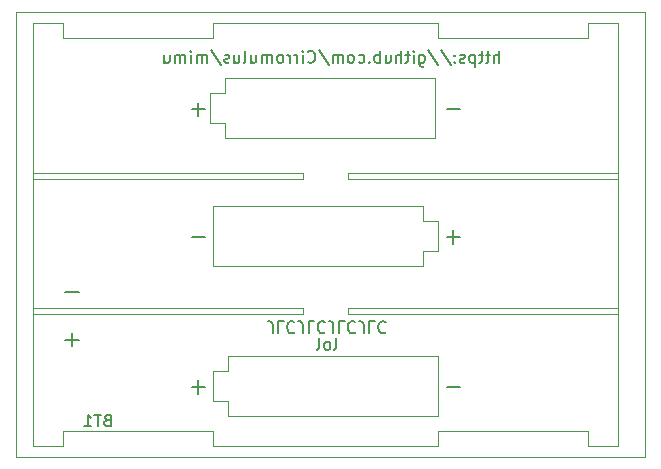
<source format=gbr>
G04 #@! TF.GenerationSoftware,KiCad,Pcbnew,(5.1.5)-3*
G04 #@! TF.CreationDate,2020-03-27T13:38:25+01:00*
G04 #@! TF.ProjectId,mimu_batt,6d696d75-5f62-4617-9474-2e6b69636164,rev?*
G04 #@! TF.SameCoordinates,Original*
G04 #@! TF.FileFunction,Legend,Bot*
G04 #@! TF.FilePolarity,Positive*
%FSLAX46Y46*%
G04 Gerber Fmt 4.6, Leading zero omitted, Abs format (unit mm)*
G04 Created by KiCad (PCBNEW (5.1.5)-3) date 2020-03-27 13:38:25*
%MOMM*%
%LPD*%
G04 APERTURE LIST*
%ADD10C,0.150000*%
%ADD11C,0.120000*%
G04 APERTURE END LIST*
D10*
X205766666Y-92452380D02*
X205766666Y-91452380D01*
X205338095Y-92452380D02*
X205338095Y-91928571D01*
X205385714Y-91833333D01*
X205480952Y-91785714D01*
X205623809Y-91785714D01*
X205719047Y-91833333D01*
X205766666Y-91880952D01*
X205004761Y-91785714D02*
X204623809Y-91785714D01*
X204861904Y-91452380D02*
X204861904Y-92309523D01*
X204814285Y-92404761D01*
X204719047Y-92452380D01*
X204623809Y-92452380D01*
X204433333Y-91785714D02*
X204052380Y-91785714D01*
X204290476Y-91452380D02*
X204290476Y-92309523D01*
X204242857Y-92404761D01*
X204147619Y-92452380D01*
X204052380Y-92452380D01*
X203719047Y-91785714D02*
X203719047Y-92785714D01*
X203719047Y-91833333D02*
X203623809Y-91785714D01*
X203433333Y-91785714D01*
X203338095Y-91833333D01*
X203290476Y-91880952D01*
X203242857Y-91976190D01*
X203242857Y-92261904D01*
X203290476Y-92357142D01*
X203338095Y-92404761D01*
X203433333Y-92452380D01*
X203623809Y-92452380D01*
X203719047Y-92404761D01*
X202861904Y-92404761D02*
X202766666Y-92452380D01*
X202576190Y-92452380D01*
X202480952Y-92404761D01*
X202433333Y-92309523D01*
X202433333Y-92261904D01*
X202480952Y-92166666D01*
X202576190Y-92119047D01*
X202719047Y-92119047D01*
X202814285Y-92071428D01*
X202861904Y-91976190D01*
X202861904Y-91928571D01*
X202814285Y-91833333D01*
X202719047Y-91785714D01*
X202576190Y-91785714D01*
X202480952Y-91833333D01*
X202004761Y-92357142D02*
X201957142Y-92404761D01*
X202004761Y-92452380D01*
X202052380Y-92404761D01*
X202004761Y-92357142D01*
X202004761Y-92452380D01*
X202004761Y-91833333D02*
X201957142Y-91880952D01*
X202004761Y-91928571D01*
X202052380Y-91880952D01*
X202004761Y-91833333D01*
X202004761Y-91928571D01*
X200814285Y-91404761D02*
X201671428Y-92690476D01*
X199766666Y-91404761D02*
X200623809Y-92690476D01*
X199004761Y-91785714D02*
X199004761Y-92595238D01*
X199052380Y-92690476D01*
X199100000Y-92738095D01*
X199195238Y-92785714D01*
X199338095Y-92785714D01*
X199433333Y-92738095D01*
X199004761Y-92404761D02*
X199100000Y-92452380D01*
X199290476Y-92452380D01*
X199385714Y-92404761D01*
X199433333Y-92357142D01*
X199480952Y-92261904D01*
X199480952Y-91976190D01*
X199433333Y-91880952D01*
X199385714Y-91833333D01*
X199290476Y-91785714D01*
X199100000Y-91785714D01*
X199004761Y-91833333D01*
X198528571Y-92452380D02*
X198528571Y-91785714D01*
X198528571Y-91452380D02*
X198576190Y-91500000D01*
X198528571Y-91547619D01*
X198480952Y-91500000D01*
X198528571Y-91452380D01*
X198528571Y-91547619D01*
X198195238Y-91785714D02*
X197814285Y-91785714D01*
X198052380Y-91452380D02*
X198052380Y-92309523D01*
X198004761Y-92404761D01*
X197909523Y-92452380D01*
X197814285Y-92452380D01*
X197480952Y-92452380D02*
X197480952Y-91452380D01*
X197052380Y-92452380D02*
X197052380Y-91928571D01*
X197100000Y-91833333D01*
X197195238Y-91785714D01*
X197338095Y-91785714D01*
X197433333Y-91833333D01*
X197480952Y-91880952D01*
X196147619Y-91785714D02*
X196147619Y-92452380D01*
X196576190Y-91785714D02*
X196576190Y-92309523D01*
X196528571Y-92404761D01*
X196433333Y-92452380D01*
X196290476Y-92452380D01*
X196195238Y-92404761D01*
X196147619Y-92357142D01*
X195671428Y-92452380D02*
X195671428Y-91452380D01*
X195671428Y-91833333D02*
X195576190Y-91785714D01*
X195385714Y-91785714D01*
X195290476Y-91833333D01*
X195242857Y-91880952D01*
X195195238Y-91976190D01*
X195195238Y-92261904D01*
X195242857Y-92357142D01*
X195290476Y-92404761D01*
X195385714Y-92452380D01*
X195576190Y-92452380D01*
X195671428Y-92404761D01*
X194766666Y-92357142D02*
X194719047Y-92404761D01*
X194766666Y-92452380D01*
X194814285Y-92404761D01*
X194766666Y-92357142D01*
X194766666Y-92452380D01*
X193861904Y-92404761D02*
X193957142Y-92452380D01*
X194147619Y-92452380D01*
X194242857Y-92404761D01*
X194290476Y-92357142D01*
X194338095Y-92261904D01*
X194338095Y-91976190D01*
X194290476Y-91880952D01*
X194242857Y-91833333D01*
X194147619Y-91785714D01*
X193957142Y-91785714D01*
X193861904Y-91833333D01*
X193290476Y-92452380D02*
X193385714Y-92404761D01*
X193433333Y-92357142D01*
X193480952Y-92261904D01*
X193480952Y-91976190D01*
X193433333Y-91880952D01*
X193385714Y-91833333D01*
X193290476Y-91785714D01*
X193147619Y-91785714D01*
X193052380Y-91833333D01*
X193004761Y-91880952D01*
X192957142Y-91976190D01*
X192957142Y-92261904D01*
X193004761Y-92357142D01*
X193052380Y-92404761D01*
X193147619Y-92452380D01*
X193290476Y-92452380D01*
X192528571Y-92452380D02*
X192528571Y-91785714D01*
X192528571Y-91880952D02*
X192480952Y-91833333D01*
X192385714Y-91785714D01*
X192242857Y-91785714D01*
X192147619Y-91833333D01*
X192100000Y-91928571D01*
X192100000Y-92452380D01*
X192100000Y-91928571D02*
X192052380Y-91833333D01*
X191957142Y-91785714D01*
X191814285Y-91785714D01*
X191719047Y-91833333D01*
X191671428Y-91928571D01*
X191671428Y-92452380D01*
X190480952Y-91404761D02*
X191338095Y-92690476D01*
X189576190Y-92357142D02*
X189623809Y-92404761D01*
X189766666Y-92452380D01*
X189861904Y-92452380D01*
X190004761Y-92404761D01*
X190100000Y-92309523D01*
X190147619Y-92214285D01*
X190195238Y-92023809D01*
X190195238Y-91880952D01*
X190147619Y-91690476D01*
X190100000Y-91595238D01*
X190004761Y-91500000D01*
X189861904Y-91452380D01*
X189766666Y-91452380D01*
X189623809Y-91500000D01*
X189576190Y-91547619D01*
X189147619Y-92452380D02*
X189147619Y-91785714D01*
X189147619Y-91452380D02*
X189195238Y-91500000D01*
X189147619Y-91547619D01*
X189100000Y-91500000D01*
X189147619Y-91452380D01*
X189147619Y-91547619D01*
X188671428Y-92452380D02*
X188671428Y-91785714D01*
X188671428Y-91976190D02*
X188623809Y-91880952D01*
X188576190Y-91833333D01*
X188480952Y-91785714D01*
X188385714Y-91785714D01*
X188052380Y-92452380D02*
X188052380Y-91785714D01*
X188052380Y-91976190D02*
X188004761Y-91880952D01*
X187957142Y-91833333D01*
X187861904Y-91785714D01*
X187766666Y-91785714D01*
X187290476Y-92452380D02*
X187385714Y-92404761D01*
X187433333Y-92357142D01*
X187480952Y-92261904D01*
X187480952Y-91976190D01*
X187433333Y-91880952D01*
X187385714Y-91833333D01*
X187290476Y-91785714D01*
X187147619Y-91785714D01*
X187052380Y-91833333D01*
X187004761Y-91880952D01*
X186957142Y-91976190D01*
X186957142Y-92261904D01*
X187004761Y-92357142D01*
X187052380Y-92404761D01*
X187147619Y-92452380D01*
X187290476Y-92452380D01*
X186528571Y-92452380D02*
X186528571Y-91785714D01*
X186528571Y-91880952D02*
X186480952Y-91833333D01*
X186385714Y-91785714D01*
X186242857Y-91785714D01*
X186147619Y-91833333D01*
X186100000Y-91928571D01*
X186100000Y-92452380D01*
X186100000Y-91928571D02*
X186052380Y-91833333D01*
X185957142Y-91785714D01*
X185814285Y-91785714D01*
X185719047Y-91833333D01*
X185671428Y-91928571D01*
X185671428Y-92452380D01*
X184766666Y-91785714D02*
X184766666Y-92452380D01*
X185195238Y-91785714D02*
X185195238Y-92309523D01*
X185147619Y-92404761D01*
X185052380Y-92452380D01*
X184909523Y-92452380D01*
X184814285Y-92404761D01*
X184766666Y-92357142D01*
X184147619Y-92452380D02*
X184242857Y-92404761D01*
X184290476Y-92309523D01*
X184290476Y-91452380D01*
X183338095Y-91785714D02*
X183338095Y-92452380D01*
X183766666Y-91785714D02*
X183766666Y-92309523D01*
X183719047Y-92404761D01*
X183623809Y-92452380D01*
X183480952Y-92452380D01*
X183385714Y-92404761D01*
X183338095Y-92357142D01*
X182909523Y-92404761D02*
X182814285Y-92452380D01*
X182623809Y-92452380D01*
X182528571Y-92404761D01*
X182480952Y-92309523D01*
X182480952Y-92261904D01*
X182528571Y-92166666D01*
X182623809Y-92119047D01*
X182766666Y-92119047D01*
X182861904Y-92071428D01*
X182909523Y-91976190D01*
X182909523Y-91928571D01*
X182861904Y-91833333D01*
X182766666Y-91785714D01*
X182623809Y-91785714D01*
X182528571Y-91833333D01*
X181338095Y-91404761D02*
X182195238Y-92690476D01*
X181004761Y-92452380D02*
X181004761Y-91785714D01*
X181004761Y-91880952D02*
X180957142Y-91833333D01*
X180861904Y-91785714D01*
X180719047Y-91785714D01*
X180623809Y-91833333D01*
X180576190Y-91928571D01*
X180576190Y-92452380D01*
X180576190Y-91928571D02*
X180528571Y-91833333D01*
X180433333Y-91785714D01*
X180290476Y-91785714D01*
X180195238Y-91833333D01*
X180147619Y-91928571D01*
X180147619Y-92452380D01*
X179671428Y-92452380D02*
X179671428Y-91785714D01*
X179671428Y-91452380D02*
X179719047Y-91500000D01*
X179671428Y-91547619D01*
X179623809Y-91500000D01*
X179671428Y-91452380D01*
X179671428Y-91547619D01*
X179195238Y-92452380D02*
X179195238Y-91785714D01*
X179195238Y-91880952D02*
X179147619Y-91833333D01*
X179052380Y-91785714D01*
X178909523Y-91785714D01*
X178814285Y-91833333D01*
X178766666Y-91928571D01*
X178766666Y-92452380D01*
X178766666Y-91928571D02*
X178719047Y-91833333D01*
X178623809Y-91785714D01*
X178480952Y-91785714D01*
X178385714Y-91833333D01*
X178338095Y-91928571D01*
X178338095Y-92452380D01*
X177433333Y-91785714D02*
X177433333Y-92452380D01*
X177861904Y-91785714D02*
X177861904Y-92309523D01*
X177814285Y-92404761D01*
X177719047Y-92452380D01*
X177576190Y-92452380D01*
X177480952Y-92404761D01*
X177433333Y-92357142D01*
X186580952Y-115347619D02*
X186580952Y-114633333D01*
X186533333Y-114490476D01*
X186438095Y-114395238D01*
X186295238Y-114347619D01*
X186200000Y-114347619D01*
X187533333Y-114347619D02*
X187057142Y-114347619D01*
X187057142Y-115347619D01*
X188438095Y-114442857D02*
X188390476Y-114395238D01*
X188247619Y-114347619D01*
X188152380Y-114347619D01*
X188009523Y-114395238D01*
X187914285Y-114490476D01*
X187866666Y-114585714D01*
X187819047Y-114776190D01*
X187819047Y-114919047D01*
X187866666Y-115109523D01*
X187914285Y-115204761D01*
X188009523Y-115300000D01*
X188152380Y-115347619D01*
X188247619Y-115347619D01*
X188390476Y-115300000D01*
X188438095Y-115252380D01*
X189152380Y-115347619D02*
X189152380Y-114633333D01*
X189104761Y-114490476D01*
X189009523Y-114395238D01*
X188866666Y-114347619D01*
X188771428Y-114347619D01*
X190104761Y-114347619D02*
X189628571Y-114347619D01*
X189628571Y-115347619D01*
X191009523Y-114442857D02*
X190961904Y-114395238D01*
X190819047Y-114347619D01*
X190723809Y-114347619D01*
X190580952Y-114395238D01*
X190485714Y-114490476D01*
X190438095Y-114585714D01*
X190390476Y-114776190D01*
X190390476Y-114919047D01*
X190438095Y-115109523D01*
X190485714Y-115204761D01*
X190580952Y-115300000D01*
X190723809Y-115347619D01*
X190819047Y-115347619D01*
X190961904Y-115300000D01*
X191009523Y-115252380D01*
X191723809Y-115347619D02*
X191723809Y-114633333D01*
X191676190Y-114490476D01*
X191580952Y-114395238D01*
X191438095Y-114347619D01*
X191342857Y-114347619D01*
X192676190Y-114347619D02*
X192200000Y-114347619D01*
X192200000Y-115347619D01*
X193580952Y-114442857D02*
X193533333Y-114395238D01*
X193390476Y-114347619D01*
X193295238Y-114347619D01*
X193152380Y-114395238D01*
X193057142Y-114490476D01*
X193009523Y-114585714D01*
X192961904Y-114776190D01*
X192961904Y-114919047D01*
X193009523Y-115109523D01*
X193057142Y-115204761D01*
X193152380Y-115300000D01*
X193295238Y-115347619D01*
X193390476Y-115347619D01*
X193533333Y-115300000D01*
X193580952Y-115252380D01*
X194295238Y-115347619D02*
X194295238Y-114633333D01*
X194247619Y-114490476D01*
X194152380Y-114395238D01*
X194009523Y-114347619D01*
X193914285Y-114347619D01*
X195247619Y-114347619D02*
X194771428Y-114347619D01*
X194771428Y-115347619D01*
X196152380Y-114442857D02*
X196104761Y-114395238D01*
X195961904Y-114347619D01*
X195866666Y-114347619D01*
X195723809Y-114395238D01*
X195628571Y-114490476D01*
X195580952Y-114585714D01*
X195533333Y-114776190D01*
X195533333Y-114919047D01*
X195580952Y-115109523D01*
X195628571Y-115204761D01*
X195723809Y-115300000D01*
X195866666Y-115347619D01*
X195961904Y-115347619D01*
X196104761Y-115300000D01*
X196152380Y-115252380D01*
X191795238Y-116752380D02*
X191890476Y-116704761D01*
X191938095Y-116609523D01*
X191938095Y-115752380D01*
X191271428Y-116752380D02*
X191366666Y-116704761D01*
X191414285Y-116657142D01*
X191461904Y-116561904D01*
X191461904Y-116276190D01*
X191414285Y-116180952D01*
X191366666Y-116133333D01*
X191271428Y-116085714D01*
X191128571Y-116085714D01*
X191033333Y-116133333D01*
X190985714Y-116180952D01*
X190938095Y-116276190D01*
X190938095Y-116561904D01*
X190985714Y-116657142D01*
X191033333Y-116704761D01*
X191128571Y-116752380D01*
X191271428Y-116752380D01*
X190366666Y-116752380D02*
X190461904Y-116704761D01*
X190509523Y-116609523D01*
X190509523Y-115752380D01*
D11*
X213320000Y-89120000D02*
X213320000Y-90390000D01*
X215860000Y-89120000D02*
X213320000Y-89120000D01*
X215860000Y-124880000D02*
X215860000Y-102020000D01*
X213320000Y-124880000D02*
X213320000Y-123610000D01*
X215860000Y-124880000D02*
X213320000Y-124880000D01*
X168870000Y-90390000D02*
X181570000Y-90390000D01*
X168870000Y-89129500D02*
X168870000Y-90390000D01*
X166330000Y-89129500D02*
X168870000Y-89129500D01*
X166330000Y-124880000D02*
X166330000Y-102020000D01*
X168870000Y-124880000D02*
X166330000Y-124880000D01*
X168870000Y-123610000D02*
X168870000Y-124880000D01*
X168870000Y-123610000D02*
X181570000Y-123610000D01*
X213320000Y-90390000D02*
X200620000Y-90390000D01*
X181570000Y-124880000D02*
X181570000Y-123610000D01*
X200620000Y-124880000D02*
X181570000Y-124880000D01*
X200620000Y-123610000D02*
X200620000Y-124880000D01*
X213320000Y-123610000D02*
X200620000Y-123610000D01*
X200620000Y-89120000D02*
X200620000Y-90390000D01*
X181570000Y-89120000D02*
X200620000Y-89120000D01*
X181570000Y-90390000D02*
X181570000Y-89120000D01*
X193000000Y-113196000D02*
X215860000Y-113196000D01*
X193000000Y-113704000D02*
X193000000Y-113196000D01*
X215860000Y-113704000D02*
X193000000Y-113704000D01*
X189190000Y-113196000D02*
X166330000Y-113196000D01*
X189190000Y-113704000D02*
X189190000Y-113196000D01*
X166330000Y-113704000D02*
X189190000Y-113704000D01*
X200620000Y-122340000D02*
X200620000Y-121070000D01*
X182840000Y-122340000D02*
X200620000Y-122340000D01*
X182840000Y-121070000D02*
X182840000Y-122340000D01*
X181570000Y-121070000D02*
X182840000Y-121070000D01*
X181570000Y-118530000D02*
X181570000Y-121070000D01*
X182840000Y-118530000D02*
X181570000Y-118530000D01*
X182840000Y-117260000D02*
X182840000Y-118530000D01*
X200620000Y-117260000D02*
X182840000Y-117260000D01*
X200620000Y-121070000D02*
X200620000Y-117260000D01*
X199350000Y-104560000D02*
X181570000Y-104560000D01*
X199350000Y-105830000D02*
X199350000Y-104560000D01*
X200620000Y-105830000D02*
X199350000Y-105830000D01*
X200620000Y-108370000D02*
X200620000Y-105830000D01*
X199350000Y-108370000D02*
X200620000Y-108370000D01*
X199350000Y-109640000D02*
X199350000Y-108370000D01*
X181570000Y-109640000D02*
X199350000Y-109640000D01*
X181570000Y-104560000D02*
X181570000Y-109640000D01*
X215860000Y-102020000D02*
X215860000Y-89120000D01*
X166330000Y-102020000D02*
X166330000Y-89129500D01*
X200620000Y-121070000D02*
X200620000Y-117260000D01*
X200620000Y-117260000D02*
X182840000Y-117260000D01*
X182840000Y-117260000D02*
X182840000Y-118530000D01*
X182840000Y-118530000D02*
X181570000Y-118530000D01*
X181570000Y-118530000D02*
X181570000Y-121070000D01*
X181570000Y-121070000D02*
X182840000Y-121070000D01*
X182840000Y-121070000D02*
X182840000Y-122340000D01*
X182840000Y-122340000D02*
X200620000Y-122340000D01*
X200620000Y-122340000D02*
X200620000Y-121070000D01*
X200366000Y-98845000D02*
X200366000Y-97575000D01*
X182586000Y-98845000D02*
X200366000Y-98845000D01*
X182586000Y-97575000D02*
X182586000Y-98845000D01*
X181316000Y-97575000D02*
X182586000Y-97575000D01*
X181316000Y-95035000D02*
X181316000Y-97575000D01*
X182586000Y-95035000D02*
X181316000Y-95035000D01*
X182586000Y-93765000D02*
X182586000Y-95035000D01*
X200366000Y-93765000D02*
X182586000Y-93765000D01*
X200366000Y-97575000D02*
X200366000Y-93765000D01*
X200366000Y-97575000D02*
X200366000Y-93765000D01*
X200366000Y-93765000D02*
X182586000Y-93765000D01*
X182586000Y-93765000D02*
X182586000Y-95035000D01*
X182586000Y-95035000D02*
X181316000Y-95035000D01*
X181316000Y-95035000D02*
X181316000Y-97575000D01*
X181316000Y-97575000D02*
X182586000Y-97575000D01*
X182586000Y-97575000D02*
X182586000Y-98845000D01*
X182586000Y-98845000D02*
X200366000Y-98845000D01*
X200366000Y-98845000D02*
X200366000Y-97575000D01*
X166330000Y-102274000D02*
X189190000Y-102274000D01*
X189190000Y-102274000D02*
X189190000Y-101766000D01*
X189190000Y-101766000D02*
X166330000Y-101766000D01*
X215860000Y-102274000D02*
X193000000Y-102274000D01*
X193000000Y-102274000D02*
X193000000Y-101766000D01*
X193000000Y-101766000D02*
X215860000Y-101766000D01*
X218100000Y-125850000D02*
X164900000Y-125850000D01*
X164900000Y-125850000D02*
X164900000Y-88150000D01*
X164900000Y-88150000D02*
X218100000Y-88150000D01*
X218100000Y-88150000D02*
X218100000Y-125850000D01*
D10*
X172585714Y-122728571D02*
X172442857Y-122776190D01*
X172395238Y-122823809D01*
X172347619Y-122919047D01*
X172347619Y-123061904D01*
X172395238Y-123157142D01*
X172442857Y-123204761D01*
X172538095Y-123252380D01*
X172919047Y-123252380D01*
X172919047Y-122252380D01*
X172585714Y-122252380D01*
X172490476Y-122300000D01*
X172442857Y-122347619D01*
X172395238Y-122442857D01*
X172395238Y-122538095D01*
X172442857Y-122633333D01*
X172490476Y-122680952D01*
X172585714Y-122728571D01*
X172919047Y-122728571D01*
X172061904Y-122252380D02*
X171490476Y-122252380D01*
X171776190Y-123252380D02*
X171776190Y-122252380D01*
X170633333Y-123252380D02*
X171204761Y-123252380D01*
X170919047Y-123252380D02*
X170919047Y-122252380D01*
X171014285Y-122395238D01*
X171109523Y-122490476D01*
X171204761Y-122538095D01*
X170171428Y-115907142D02*
X169028571Y-115907142D01*
X169600000Y-116478571D02*
X169600000Y-115335714D01*
X170171428Y-111907142D02*
X169028571Y-111907142D01*
X202461428Y-119907142D02*
X201318571Y-119907142D01*
X202461428Y-96412142D02*
X201318571Y-96412142D01*
X180871428Y-107207142D02*
X179728571Y-107207142D01*
X180871428Y-96412142D02*
X179728571Y-96412142D01*
X180300000Y-96983571D02*
X180300000Y-95840714D01*
X202461428Y-107207142D02*
X201318571Y-107207142D01*
X201890000Y-107778571D02*
X201890000Y-106635714D01*
X180871428Y-119907142D02*
X179728571Y-119907142D01*
X180300000Y-120478571D02*
X180300000Y-119335714D01*
M02*

</source>
